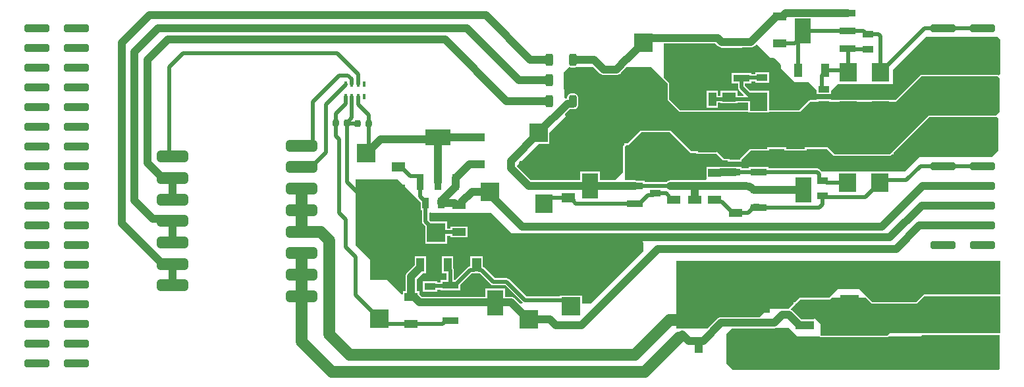
<source format=gtl>
G04*
G04 #@! TF.GenerationSoftware,Altium Limited,Altium Designer,22.4.2 (48)*
G04*
G04 Layer_Physical_Order=1*
G04 Layer_Color=255*
%FSLAX25Y25*%
%MOIN*%
G70*
G04*
G04 #@! TF.SameCoordinates,E1A025E3-690C-482F-A228-F66AC05FEDB7*
G04*
G04*
G04 #@! TF.FilePolarity,Positive*
G04*
G01*
G75*
%ADD20R,0.03740X0.08465*%
%ADD21R,0.12795X0.08465*%
%ADD22R,0.08465X0.03740*%
%ADD23R,0.08465X0.12795*%
%ADD24R,0.09646X0.09252*%
%ADD25R,0.06890X0.03937*%
%ADD26R,0.03937X0.06890*%
%ADD27R,0.08858X0.09252*%
%ADD28R,0.09252X0.09646*%
%ADD29R,0.05512X0.03740*%
G04:AMPARAMS|DCode=30|XSize=59.06mil|YSize=157.48mil|CornerRadius=14.76mil|HoleSize=0mil|Usage=FLASHONLY|Rotation=270.000|XOffset=0mil|YOffset=0mil|HoleType=Round|Shape=RoundedRectangle|*
%AMROUNDEDRECTD30*
21,1,0.05906,0.12795,0,0,270.0*
21,1,0.02953,0.15748,0,0,270.0*
1,1,0.02953,-0.06398,-0.01476*
1,1,0.02953,-0.06398,0.01476*
1,1,0.02953,0.06398,0.01476*
1,1,0.02953,0.06398,-0.01476*
%
%ADD30ROUNDEDRECTD30*%
G04:AMPARAMS|DCode=31|XSize=40.16mil|YSize=125.98mil|CornerRadius=10.04mil|HoleSize=0mil|Usage=FLASHONLY|Rotation=270.000|XOffset=0mil|YOffset=0mil|HoleType=Round|Shape=RoundedRectangle|*
%AMROUNDEDRECTD31*
21,1,0.04016,0.10591,0,0,270.0*
21,1,0.02008,0.12598,0,0,270.0*
1,1,0.02008,-0.05295,-0.01004*
1,1,0.02008,-0.05295,0.01004*
1,1,0.02008,0.05295,0.01004*
1,1,0.02008,0.05295,-0.01004*
%
%ADD31ROUNDEDRECTD31*%
%ADD32R,0.01575X0.03150*%
G04:AMPARAMS|DCode=33|XSize=39.37mil|YSize=62.99mil|CornerRadius=9.84mil|HoleSize=0mil|Usage=FLASHONLY|Rotation=0.000|XOffset=0mil|YOffset=0mil|HoleType=Round|Shape=RoundedRectangle|*
%AMROUNDEDRECTD33*
21,1,0.03937,0.04331,0,0,0.0*
21,1,0.01968,0.06299,0,0,0.0*
1,1,0.01968,0.00984,-0.02165*
1,1,0.01968,-0.00984,-0.02165*
1,1,0.01968,-0.00984,0.02165*
1,1,0.01968,0.00984,0.02165*
%
%ADD33ROUNDEDRECTD33*%
G04:AMPARAMS|DCode=34|XSize=35.43mil|YSize=31.5mil|CornerRadius=7.87mil|HoleSize=0mil|Usage=FLASHONLY|Rotation=0.000|XOffset=0mil|YOffset=0mil|HoleType=Round|Shape=RoundedRectangle|*
%AMROUNDEDRECTD34*
21,1,0.03543,0.01575,0,0,0.0*
21,1,0.01968,0.03150,0,0,0.0*
1,1,0.01575,0.00984,-0.00787*
1,1,0.01575,-0.00984,-0.00787*
1,1,0.01575,-0.00984,0.00787*
1,1,0.01575,0.00984,0.00787*
%
%ADD34ROUNDEDRECTD34*%
G04:AMPARAMS|DCode=35|XSize=35.43mil|YSize=31.5mil|CornerRadius=7.87mil|HoleSize=0mil|Usage=FLASHONLY|Rotation=270.000|XOffset=0mil|YOffset=0mil|HoleType=Round|Shape=RoundedRectangle|*
%AMROUNDEDRECTD35*
21,1,0.03543,0.01575,0,0,270.0*
21,1,0.01968,0.03150,0,0,270.0*
1,1,0.01575,-0.00787,-0.00984*
1,1,0.01575,-0.00787,0.00984*
1,1,0.01575,0.00787,0.00984*
1,1,0.01575,0.00787,-0.00984*
%
%ADD35ROUNDEDRECTD35*%
%ADD36R,0.09449X0.03937*%
%ADD37R,0.09449X0.12992*%
%ADD38R,0.21260X0.24410*%
%ADD39R,0.03937X0.08268*%
%ADD40R,0.07087X0.04528*%
%ADD41R,0.04528X0.07087*%
%ADD42R,0.03740X0.05512*%
%ADD66C,0.03937*%
%ADD67C,0.01968*%
%ADD68C,0.05906*%
G36*
X-191748Y-61228D02*
Y-69543D01*
X-185701Y-75590D01*
X-150854D01*
Y-75894D01*
X-140421D01*
Y-75590D01*
X-124724D01*
X-119685Y-70551D01*
X-76095D01*
X-63244Y-57701D01*
X-24693D01*
X-23685Y-58709D01*
Y-75590D01*
X-25701Y-77606D01*
X-59716D01*
X-79370Y-97260D01*
X-107087D01*
X-110614Y-93732D01*
X-149165D01*
X-154961Y-99528D01*
X-163276D01*
X-167055Y-95748D01*
X-179654D01*
X-190236Y-85165D01*
X-205354D01*
X-211906Y-91716D01*
X-213509D01*
X-213458Y-92134D01*
X-213985Y-92661D01*
X-214159Y-92921D01*
X-214220Y-93228D01*
Y-106378D01*
X-218197Y-110354D01*
X-226035D01*
Y-105949D01*
X-236075D01*
Y-110354D01*
X-260896D01*
X-267843Y-103408D01*
Y-102803D01*
X-256823Y-91783D01*
X-251453D01*
Y-86413D01*
X-243423Y-78383D01*
X-243495Y-76537D01*
X-241219Y-74260D01*
X-240803D01*
X-240748Y-74271D01*
X-238779D01*
X-238088Y-74133D01*
X-237502Y-73742D01*
X-237111Y-73156D01*
X-236973Y-72465D01*
Y-68134D01*
X-237111Y-67443D01*
X-237502Y-66857D01*
X-238088Y-66465D01*
X-238779Y-66328D01*
X-240748D01*
X-241439Y-66465D01*
X-242025Y-66857D01*
X-242417Y-67443D01*
X-242554Y-68134D01*
Y-68725D01*
X-243090Y-68795D01*
X-243296Y-68881D01*
X-243810Y-68552D01*
X-244158Y-59716D01*
Y-55685D01*
X-241440Y-52968D01*
X-241439Y-52968D01*
X-240748Y-53106D01*
X-238779D01*
X-238088Y-52968D01*
X-238006Y-52913D01*
X-229191D01*
X-225950Y-56155D01*
X-225374Y-56596D01*
X-224704Y-56874D01*
X-223984Y-56969D01*
X-217701D01*
X-216981Y-56874D01*
X-216311Y-56596D01*
X-216144Y-56468D01*
X-216102Y-56460D01*
X-215581Y-56112D01*
X-215357Y-55776D01*
X-212494Y-52913D01*
X-200063D01*
X-191748Y-61228D01*
D02*
G37*
G36*
X-23433Y-38803D02*
Y-56441D01*
X-24125Y-57133D01*
X-24386Y-56959D01*
X-24693Y-56898D01*
X-63244D01*
X-63244Y-56898D01*
X-63551Y-56959D01*
X-63812Y-57133D01*
X-63812Y-57133D01*
X-76427Y-69748D01*
X-78689D01*
Y-69563D01*
X-89122D01*
Y-69748D01*
X-95067D01*
Y-69492D01*
X-105500D01*
Y-69748D01*
X-109087D01*
Y-69311D01*
X-116173D01*
Y-69748D01*
X-119685D01*
X-119685Y-69748D01*
X-119992Y-69810D01*
X-120253Y-69984D01*
X-120253Y-69984D01*
X-125057Y-74788D01*
X-140421D01*
Y-65067D01*
X-149942D01*
X-152493Y-62516D01*
Y-61098D01*
X-149279D01*
Y-60117D01*
X-147426D01*
Y-60839D01*
X-140340D01*
Y-55524D01*
X-147426D01*
Y-56505D01*
X-149279D01*
Y-55783D01*
X-159319D01*
Y-61098D01*
X-156106D01*
Y-63264D01*
X-155968Y-63955D01*
X-155577Y-64541D01*
X-153126Y-66992D01*
X-153317Y-67453D01*
X-156173D01*
Y-65067D01*
X-164835D01*
Y-67453D01*
X-166340D01*
Y-65027D01*
X-171852D01*
Y-73492D01*
X-166340D01*
Y-71066D01*
X-164835D01*
Y-71169D01*
X-156173D01*
Y-71066D01*
X-150854D01*
Y-74788D01*
X-185368D01*
X-190945Y-69211D01*
Y-61228D01*
X-191006Y-60921D01*
X-191180Y-60661D01*
X-193512Y-58329D01*
Y-40992D01*
X-167537D01*
X-166233Y-42296D01*
X-165657Y-42738D01*
X-164987Y-43016D01*
X-164268Y-43110D01*
X-154299D01*
X-153580Y-43016D01*
X-153571Y-43012D01*
X-149638D01*
X-149457Y-42988D01*
X-149279D01*
Y-42965D01*
X-148918Y-42917D01*
X-148248Y-42640D01*
X-147672Y-42198D01*
X-146721Y-41247D01*
X-127244Y-60724D01*
X-120441D01*
X-116173Y-64992D01*
Y-66752D01*
X-109087D01*
Y-65244D01*
X-105575Y-61732D01*
X-77606D01*
Y-54173D01*
X-60976Y-37543D01*
X-24693D01*
X-23433Y-38803D01*
D02*
G37*
G36*
X-24441Y-78866D02*
Y-95496D01*
X-27465Y-98520D01*
X-64000D01*
X-71559Y-106079D01*
X-71811Y-105827D01*
X-113656D01*
X-114665Y-104817D01*
X-115251Y-104426D01*
X-115943Y-104288D01*
X-140697D01*
Y-103437D01*
X-150736D01*
Y-104288D01*
X-154189D01*
Y-103579D01*
X-156947D01*
X-157013Y-103551D01*
X-157732Y-103456D01*
X-164579D01*
X-165298Y-103551D01*
X-165754Y-103740D01*
X-172043D01*
Y-109252D01*
X-172043D01*
X-171881Y-109644D01*
X-172590Y-110354D01*
X-190236D01*
X-190956Y-110449D01*
X-191626Y-110727D01*
X-192202Y-111168D01*
X-192324Y-111328D01*
X-203201D01*
Y-110476D01*
X-207435D01*
X-207501Y-110449D01*
X-208221Y-110354D01*
X-213417D01*
Y-93228D01*
X-212708Y-92519D01*
X-211906D01*
X-211598Y-92458D01*
X-211338Y-92284D01*
X-205022Y-85968D01*
X-190569D01*
X-180221Y-96316D01*
X-179961Y-96490D01*
X-179654Y-96551D01*
X-177146D01*
Y-97075D01*
X-166864D01*
X-163843Y-100095D01*
X-163583Y-100269D01*
X-163276Y-100330D01*
X-161276D01*
Y-101020D01*
X-154189D01*
Y-99891D01*
X-149483Y-95185D01*
X-140421D01*
Y-94535D01*
X-132602D01*
Y-95224D01*
X-121382D01*
Y-94535D01*
X-110947D01*
X-107654Y-97828D01*
X-107394Y-98002D01*
X-107087Y-98063D01*
X-79370D01*
X-79063Y-98002D01*
X-78802Y-97828D01*
X-78802Y-97828D01*
X-78235Y-97260D01*
X-77354D01*
Y-96380D01*
X-59384Y-78409D01*
X-25701D01*
X-25701Y-78409D01*
X-25394Y-78348D01*
X-25133Y-78174D01*
X-24441Y-78866D01*
D02*
G37*
G36*
X-23433Y-168315D02*
X-61984D01*
X-65764Y-172095D01*
X-88189D01*
X-94740Y-165543D01*
X-105323D01*
X-109858Y-170079D01*
X-124976D01*
X-127008Y-172110D01*
X-127795D01*
Y-172898D01*
X-130520Y-175622D01*
X-141102D01*
X-145378Y-179897D01*
X-164528D01*
X-165247Y-179992D01*
X-165917Y-180270D01*
X-166493Y-180712D01*
X-171482Y-185701D01*
X-184008D01*
X-184189Y-185677D01*
X-184370Y-185701D01*
X-187213D01*
Y-151181D01*
X-23433D01*
Y-168315D01*
D02*
G37*
G36*
X-316768Y-121658D02*
Y-125496D01*
X-315917D01*
Y-131315D01*
X-315779Y-132006D01*
X-315388Y-132592D01*
X-314216Y-133763D01*
Y-142429D01*
X-303390D01*
Y-138460D01*
X-301555D01*
Y-139409D01*
X-293091D01*
Y-133898D01*
X-301555D01*
Y-134847D01*
X-303390D01*
Y-131209D01*
X-311662D01*
X-312304Y-130567D01*
Y-126775D01*
X-311842Y-126583D01*
X-311433Y-126992D01*
X-280945D01*
X-270614Y-137323D01*
X-204296D01*
X-204095Y-146394D01*
X-230551Y-172850D01*
X-235020D01*
Y-168807D01*
X-246240D01*
Y-169280D01*
X-263063D01*
X-271857Y-160486D01*
X-272443Y-160095D01*
X-273134Y-159957D01*
X-279102D01*
X-284581Y-154479D01*
X-285167Y-154087D01*
X-285366Y-154047D01*
Y-148866D01*
X-291469D01*
Y-153949D01*
X-291535D01*
X-292227Y-154087D01*
X-292813Y-154479D01*
X-299220Y-160886D01*
X-299879D01*
Y-156020D01*
X-300016Y-155328D01*
X-300276Y-154940D01*
Y-148965D01*
X-305787D01*
Y-157429D01*
X-303491D01*
Y-160886D01*
X-306705D01*
Y-162154D01*
X-308394D01*
Y-161721D01*
X-315480D01*
Y-167035D01*
X-308394D01*
Y-165767D01*
X-306705D01*
Y-166201D01*
X-296665D01*
Y-163440D01*
X-290787Y-157562D01*
X-289697D01*
X-289522Y-157527D01*
X-287312D01*
X-287138Y-157562D01*
X-286607D01*
X-281128Y-163041D01*
X-280542Y-163433D01*
X-279850Y-163570D01*
X-273882D01*
X-265102Y-172350D01*
X-265104Y-172408D01*
X-265260Y-172850D01*
X-266486D01*
X-269050Y-170286D01*
X-269626Y-169845D01*
X-270296Y-169567D01*
X-271016Y-169472D01*
X-273831D01*
Y-165413D01*
X-283870D01*
Y-169472D01*
X-316120D01*
X-317280Y-168313D01*
Y-166732D01*
X-318732D01*
Y-160525D01*
X-315636Y-157429D01*
X-314055D01*
Y-154854D01*
X-314031Y-154673D01*
Y-153197D01*
X-314055Y-153016D01*
Y-148965D01*
X-319567D01*
Y-153016D01*
X-319591Y-153197D01*
Y-153522D01*
X-323477Y-157408D01*
X-323919Y-157984D01*
X-324197Y-158655D01*
X-324291Y-159374D01*
Y-166732D01*
X-325744D01*
Y-168217D01*
X-326206Y-168408D01*
X-342173Y-152441D01*
Y-150929D01*
X-349732Y-143370D01*
Y-109858D01*
X-328567D01*
X-316768Y-121658D01*
D02*
G37*
G36*
X-23433Y-187716D02*
X-23685Y-187969D01*
X-79370D01*
X-80630Y-189228D01*
X-114142D01*
Y-183685D01*
X-117417Y-180409D01*
X-117921Y-180913D01*
X-124116D01*
X-128365Y-176664D01*
X-128941Y-176223D01*
X-129179Y-176124D01*
X-129296Y-175534D01*
X-127228Y-173465D01*
X-127053Y-173205D01*
X-126995Y-172910D01*
X-126701Y-172852D01*
X-126440Y-172678D01*
X-126440Y-172678D01*
X-124644Y-170882D01*
X-109858D01*
X-109551Y-170820D01*
X-109291Y-170646D01*
X-108723Y-170079D01*
X-91340D01*
X-88757Y-172662D01*
X-88496Y-172836D01*
X-88189Y-172897D01*
X-65764D01*
X-65457Y-172836D01*
X-65196Y-172662D01*
X-65196Y-172662D01*
X-61652Y-169118D01*
X-23433D01*
Y-187716D01*
D02*
G37*
G36*
X-125984Y-189732D02*
X-114752D01*
X-114709Y-189796D01*
X-114449Y-189970D01*
X-114142Y-190031D01*
X-80630D01*
X-80630Y-190031D01*
X-80323Y-189970D01*
X-80062Y-189796D01*
X-80062Y-189796D01*
X-79998Y-189732D01*
X-63496D01*
X-62535Y-188771D01*
X-23685D01*
X-23685Y-188771D01*
Y-205858D01*
X-24441Y-206614D01*
X-158488D01*
X-162016Y-203087D01*
Y-188221D01*
X-159252Y-185457D01*
X-137575D01*
X-136855Y-185362D01*
X-136456Y-185197D01*
X-130520D01*
X-125984Y-189732D01*
D02*
G37*
D20*
X-316976Y-111370D02*
D03*
X-307921D02*
D03*
X-298866D02*
D03*
D21*
X-307921Y-88535D02*
D03*
D22*
X-301685Y-163543D02*
D03*
Y-172598D02*
D03*
Y-181653D02*
D03*
X-145717Y-106095D02*
D03*
Y-115150D02*
D03*
Y-124205D02*
D03*
X-100474Y-43752D02*
D03*
Y-34697D02*
D03*
Y-25642D02*
D03*
X-208221Y-122189D02*
D03*
Y-113134D02*
D03*
Y-104079D02*
D03*
X-154299Y-58441D02*
D03*
Y-49386D02*
D03*
Y-40331D02*
D03*
D23*
X-278850Y-172598D02*
D03*
X-122882Y-115150D02*
D03*
X-123308Y-34697D02*
D03*
X-231055Y-113134D02*
D03*
X-177134Y-49386D02*
D03*
D24*
X-203842Y-40709D02*
D03*
Y-65118D02*
D03*
X-240630Y-174221D02*
D03*
Y-149811D02*
D03*
X-337638Y-180520D02*
D03*
Y-156110D02*
D03*
X-281449Y-140709D02*
D03*
Y-116299D02*
D03*
X-344189Y-121055D02*
D03*
Y-96646D02*
D03*
X-262047Y-181024D02*
D03*
Y-156614D02*
D03*
X-126992Y-65402D02*
D03*
Y-89811D02*
D03*
D25*
X-188472Y-38213D02*
D03*
Y-51992D02*
D03*
X-135055Y-27126D02*
D03*
Y-40905D02*
D03*
X-167811Y-106496D02*
D03*
Y-120276D02*
D03*
X-157228Y-113134D02*
D03*
Y-126913D02*
D03*
X-188472Y-106496D02*
D03*
Y-120276D02*
D03*
X-321512Y-169488D02*
D03*
Y-183268D02*
D03*
X-297323Y-122874D02*
D03*
Y-136653D02*
D03*
X-287496Y-88606D02*
D03*
Y-102386D02*
D03*
X-177890Y-120276D02*
D03*
Y-106496D02*
D03*
D26*
X-182875Y-69260D02*
D03*
X-169096D02*
D03*
X-111787Y-54425D02*
D03*
X-125567D02*
D03*
X-303031Y-153197D02*
D03*
X-316811D02*
D03*
D27*
X-100535Y-92150D02*
D03*
Y-111441D02*
D03*
X-254236Y-102984D02*
D03*
Y-122276D02*
D03*
X-100284Y-55614D02*
D03*
Y-74906D02*
D03*
X-145638Y-70480D02*
D03*
Y-89772D02*
D03*
X-84158Y-111441D02*
D03*
Y-92150D02*
D03*
X-83906Y-55685D02*
D03*
Y-74976D02*
D03*
X-84661Y-183504D02*
D03*
Y-164213D02*
D03*
X-144378Y-192071D02*
D03*
Y-172780D02*
D03*
D28*
X-171732Y-91465D02*
D03*
X-196142D02*
D03*
X-232457Y-86173D02*
D03*
X-256866D02*
D03*
X-333213Y-136819D02*
D03*
X-308803D02*
D03*
D29*
X-113134Y-118331D02*
D03*
Y-110457D02*
D03*
X-112630Y-64095D02*
D03*
Y-71969D02*
D03*
X-157732Y-98362D02*
D03*
Y-106236D02*
D03*
X-90205Y-36126D02*
D03*
Y-44000D02*
D03*
X-198047Y-117071D02*
D03*
Y-109197D02*
D03*
X-143883Y-50307D02*
D03*
Y-58181D02*
D03*
X-311937Y-172252D02*
D03*
Y-164378D02*
D03*
D30*
X-376842Y-169165D02*
D03*
Y-158260D02*
D03*
Y-147354D02*
D03*
Y-136449D02*
D03*
Y-125543D02*
D03*
Y-114638D02*
D03*
Y-103732D02*
D03*
Y-92827D02*
D03*
X-442276Y-98280D02*
D03*
Y-109185D02*
D03*
Y-120091D02*
D03*
Y-130996D02*
D03*
Y-141902D02*
D03*
Y-152807D02*
D03*
Y-163713D02*
D03*
D31*
X-490882Y-33161D02*
D03*
X-510882D02*
D03*
X-490882Y-43161D02*
D03*
X-510882D02*
D03*
X-490882Y-53161D02*
D03*
X-510882D02*
D03*
X-490882Y-63161D02*
D03*
X-510882D02*
D03*
X-490882Y-73161D02*
D03*
X-510882D02*
D03*
X-490882Y-83161D02*
D03*
X-510882D02*
D03*
X-490882Y-93161D02*
D03*
X-510882D02*
D03*
X-490882Y-103161D02*
D03*
X-510882D02*
D03*
X-490882Y-113161D02*
D03*
X-510882D02*
D03*
X-490882Y-123161D02*
D03*
X-510882D02*
D03*
X-490882Y-133161D02*
D03*
X-510882D02*
D03*
X-490882Y-143161D02*
D03*
X-510882D02*
D03*
X-490882Y-153161D02*
D03*
X-510882D02*
D03*
X-490882Y-163161D02*
D03*
X-510882D02*
D03*
X-490882Y-173161D02*
D03*
X-510882D02*
D03*
X-490882Y-183161D02*
D03*
X-510882D02*
D03*
X-490882Y-193161D02*
D03*
X-510882D02*
D03*
X-490882Y-203161D02*
D03*
X-510882D02*
D03*
X-52220D02*
D03*
X-32221D02*
D03*
X-52220Y-193161D02*
D03*
X-32221D02*
D03*
X-52220Y-183161D02*
D03*
X-32221D02*
D03*
X-52220Y-173161D02*
D03*
X-32221D02*
D03*
X-52220Y-163161D02*
D03*
X-32221D02*
D03*
X-52220Y-153161D02*
D03*
X-32221D02*
D03*
X-52220Y-143161D02*
D03*
X-32221D02*
D03*
X-52220Y-133161D02*
D03*
X-32221D02*
D03*
X-52220Y-123161D02*
D03*
X-32221D02*
D03*
X-52220Y-113161D02*
D03*
X-32221D02*
D03*
X-52220Y-103161D02*
D03*
X-32221D02*
D03*
X-52220Y-93161D02*
D03*
X-32221D02*
D03*
X-52220Y-83161D02*
D03*
X-32221D02*
D03*
X-52220Y-73161D02*
D03*
X-32221D02*
D03*
X-52220Y-63161D02*
D03*
X-32221D02*
D03*
X-52220Y-53161D02*
D03*
X-32221D02*
D03*
X-52220Y-43161D02*
D03*
X-32221D02*
D03*
X-52220Y-33161D02*
D03*
X-32221D02*
D03*
D32*
X-345260Y-61606D02*
D03*
X-348410D02*
D03*
X-351559D02*
D03*
X-354709D02*
D03*
Y-67905D02*
D03*
X-351559D02*
D03*
X-348410D02*
D03*
X-345260D02*
D03*
D33*
X-239764Y-49134D02*
D03*
X-251575D02*
D03*
Y-59716D02*
D03*
X-239764D02*
D03*
Y-70299D02*
D03*
X-251575D02*
D03*
D34*
X-217701Y-59701D02*
D03*
Y-54189D02*
D03*
X-132283Y-173118D02*
D03*
Y-178630D02*
D03*
X-184189Y-182945D02*
D03*
Y-188457D02*
D03*
D35*
X-270850Y-102299D02*
D03*
X-265339D02*
D03*
X-354031Y-81386D02*
D03*
X-359543D02*
D03*
X-342945Y-81638D02*
D03*
X-348457D02*
D03*
D36*
X-122283Y-165811D02*
D03*
Y-174866D02*
D03*
Y-183921D02*
D03*
D37*
X-99449Y-174866D02*
D03*
D38*
X-166803Y-167374D02*
D03*
D39*
X-157807Y-193949D02*
D03*
X-175799Y-193949D02*
D03*
D40*
X-241890Y-119095D02*
D03*
Y-107677D02*
D03*
X-160504Y-79535D02*
D03*
Y-68118D02*
D03*
X-327811Y-103646D02*
D03*
Y-115063D02*
D03*
D41*
X-277000Y-153197D02*
D03*
X-288417D02*
D03*
D42*
X-314110Y-121953D02*
D03*
X-306236D02*
D03*
D66*
X-154442Y-113134D02*
G03*
X-154455Y-113134I-13J-3937D01*
G01*
X-147882Y-115150D02*
G03*
X-152748Y-113134I-4866J-4866D01*
G01*
X-283717Y-26709D02*
X-261291Y-49134D01*
X-251575D01*
X-454047Y-26709D02*
X-283717D01*
X-467906Y-40567D02*
X-454047Y-26709D01*
X-449764Y-33260D02*
X-293291D01*
X-461606Y-45102D02*
X-449764Y-33260D01*
X-293291D02*
X-266835Y-59716D01*
X-467906Y-132098D02*
Y-40567D01*
X-461606Y-120693D02*
Y-45102D01*
X-447197Y-152807D02*
X-442276D01*
X-467906Y-132098D02*
X-447197Y-152807D01*
X-452287Y-130012D02*
X-443260D01*
X-442276Y-130996D01*
X-461606Y-120693D02*
X-452287Y-130012D01*
X-444724Y-39055D02*
X-304378D01*
X-273134Y-70299D01*
X-454803Y-49134D02*
X-444724Y-39055D01*
X-266835Y-59716D02*
X-251575D01*
X-273134Y-70299D02*
X-251575D01*
X-454803Y-101579D02*
Y-49134D01*
Y-101579D02*
X-447197Y-109185D01*
X-442276D01*
Y-141902D02*
Y-130996D01*
Y-163713D02*
Y-152807D01*
Y-120091D02*
Y-109185D01*
X-292047Y-102386D02*
X-287496D01*
X-298866Y-111370D02*
Y-109205D01*
X-292047Y-102386D01*
X-295847Y-122874D02*
Y-121398D01*
X-306138Y-121854D02*
Y-120807D01*
X-298866Y-113535D02*
Y-111370D01*
X-306138Y-120807D02*
X-298866Y-113535D01*
X-306236Y-121953D02*
X-306138Y-121854D01*
X-306236Y-121953D02*
X-299720D01*
X-298799Y-122874D02*
X-297323D01*
X-299720Y-121953D02*
X-298799Y-122874D01*
X-282512Y-116551D02*
X-265268Y-133795D01*
X-295847Y-121398D02*
X-290748Y-116299D01*
X-281449D01*
X-297323Y-122874D02*
X-295847D01*
X-341335Y-118398D02*
Y-118201D01*
X-344189Y-121055D02*
X-343992D01*
X-341335Y-118398D01*
X-307921Y-88535D02*
X-289043D01*
X-288972Y-88606D01*
X-287496D01*
X-307921Y-111370D02*
Y-88535D01*
X-336795Y-89449D02*
X-308835D01*
X-307921Y-88535D01*
X-344189Y-96646D02*
X-343992D01*
X-336795Y-89449D01*
X-52220Y-113161D02*
X-32221D01*
X-79118Y-139339D02*
X-62941Y-123161D01*
X-32221D01*
X-208126Y-139339D02*
X-79118D01*
X-265268Y-133795D02*
X-83150D01*
X-62516Y-113161D01*
X-52220D01*
X-240630Y-149811D02*
X-218598D01*
X-208126Y-139339D01*
X-76095Y-145134D02*
X-64122Y-133161D01*
X-196497Y-145134D02*
X-76095D01*
X-235300Y-183937D02*
X-196497Y-145134D01*
X-282709Y-116551D02*
X-282512D01*
X-248406Y-183937D02*
X-235300D01*
X-64122Y-133161D02*
X-52220D01*
X-32221D01*
X-251319Y-181024D02*
X-248406Y-183937D01*
X-262047Y-181024D02*
X-251319D01*
X-311937Y-172252D02*
X-271016D01*
X-317272D02*
X-311937D01*
X-271016D02*
X-262244Y-181024D01*
X-262047D01*
X-320035Y-169488D02*
X-317272Y-172252D01*
X-321512Y-169488D02*
X-320035D01*
X-316811Y-154673D02*
Y-153197D01*
X-321512Y-159374D02*
X-316811Y-154673D01*
X-321512Y-169488D02*
Y-159374D01*
X-180862Y-191783D02*
X-175799D01*
X-184189Y-188457D02*
X-180862Y-191783D01*
X-186087Y-190354D02*
X-184189Y-188457D01*
X-164528Y-182677D02*
X-137575D01*
X-133528Y-178630D01*
X-130331D01*
X-125039Y-183921D01*
X-122283D01*
X-175799Y-191783D02*
X-173634D01*
X-164528Y-182677D01*
X-175799Y-193949D02*
Y-191783D01*
X-198799Y-94319D02*
X-196142Y-91661D01*
X-198996Y-94319D02*
X-198799D01*
X-196142Y-91661D02*
Y-91465D01*
X-197949Y-109098D02*
X-197260D01*
X-198047Y-109197D02*
X-197949Y-109098D01*
X-242370Y-71480D02*
X-239764D01*
X-256866Y-85976D02*
X-242370Y-71480D01*
X-239764D02*
Y-70299D01*
X-256866Y-86173D02*
Y-85976D01*
X-190236Y-113134D02*
X-177134D01*
X-177890Y-120276D02*
Y-113890D01*
X-177134Y-113134D01*
X-208221Y-104079D02*
X-206055D01*
X-205957Y-103980D01*
X-177890Y-106496D02*
X-176413D01*
X-147882Y-115150D02*
X-145717D01*
X-177134Y-113134D02*
X-154455D01*
X-154442Y-113134D02*
X-152748D01*
X-145717Y-115150D02*
X-122882D01*
X-164579Y-106236D02*
X-157732D01*
X-198146Y-109098D02*
X-198047Y-109197D01*
X-203842Y-40709D02*
X-201346Y-38213D01*
X-188472D01*
X-212446Y-48934D02*
X-212265D01*
X-204039Y-40709D01*
X-217701Y-54189D02*
X-212446Y-48934D01*
X-204039Y-40709D02*
X-203842D01*
X-223984Y-54189D02*
X-217701D01*
X-229039Y-49134D02*
X-223984Y-54189D01*
X-239764Y-49134D02*
X-229039D01*
X-256866Y-86370D02*
Y-86173D01*
X-271082Y-104099D02*
Y-100586D01*
X-262047Y-113134D02*
X-231055D01*
X-271082Y-104099D02*
X-262047Y-113134D01*
X-271082Y-100586D02*
X-256866Y-86370D01*
X-231055Y-113134D02*
X-208221D01*
X-188472Y-51992D02*
X-179398D01*
X-188472Y-38213D02*
X-166386D01*
X-177134Y-49728D02*
Y-49386D01*
Y-62042D02*
Y-49728D01*
X-182875Y-69260D02*
Y-67783D01*
X-177134Y-62042D01*
X-164268Y-40331D02*
X-154299D01*
X-166386Y-38213D02*
X-164268Y-40331D01*
X-136531Y-27126D02*
X-135055D01*
X-149638Y-40232D02*
X-136531Y-27126D01*
X-154201Y-40232D02*
X-149638D01*
X-154299Y-40331D02*
X-154201Y-40232D01*
X-136265Y-57586D02*
X-128449Y-65402D01*
X-138571Y-50406D02*
X-136265Y-52712D01*
X-128449Y-65402D02*
X-128252D01*
X-136265Y-57586D02*
Y-52712D01*
X-143785Y-50406D02*
X-138571D01*
X-143883Y-50307D02*
X-143785Y-50406D01*
X-145493Y-49386D02*
X-144572Y-50307D01*
X-143883D01*
X-154299Y-49386D02*
X-145493D01*
X-177134D02*
X-154299D01*
X-179398Y-51992D02*
X-177134Y-49728D01*
X-133579Y-27126D02*
X-131996Y-25543D01*
X-135055Y-27126D02*
X-133579D01*
X-115661Y-25642D02*
X-100474D01*
X-115759Y-25543D02*
X-115661Y-25642D01*
X-131996Y-25543D02*
X-115759D01*
D67*
X-436913Y-45858D02*
X-359055D01*
X-443968Y-96587D02*
Y-52913D01*
X-436913Y-45858D01*
X-443968Y-96587D02*
X-442276Y-98280D01*
X-359055Y-45858D02*
X-348410Y-56504D01*
Y-61606D02*
Y-56504D01*
X-351756Y-61409D02*
Y-58953D01*
Y-61409D02*
X-351559Y-61606D01*
X-353512Y-57197D02*
X-351756Y-58953D01*
X-358047Y-57197D02*
X-353512D01*
X-371429Y-70579D02*
X-358047Y-57197D01*
X-376842Y-92827D02*
X-373360D01*
X-371429Y-90896D01*
Y-70579D01*
X-364598Y-96409D02*
Y-71890D01*
X-354709Y-62000D01*
X-371921Y-103732D02*
X-364598Y-96409D01*
X-354709Y-62000D02*
Y-61606D01*
X-376842Y-103732D02*
X-371921D01*
X-359543Y-81386D02*
Y-76583D01*
X-354709Y-71748D01*
Y-67905D01*
X-342945Y-95402D02*
Y-81638D01*
X-344189Y-96646D02*
X-342945Y-95402D01*
X-354031Y-111409D02*
Y-81386D01*
Y-111409D02*
X-344386Y-121055D01*
X-344189D01*
X-348583Y-81512D02*
X-348457Y-81638D01*
X-354031Y-81386D02*
X-353906Y-81512D01*
X-348583D01*
X-351559Y-78716D02*
Y-67905D01*
X-354031Y-81189D02*
X-351559Y-78716D01*
X-354031Y-81386D02*
Y-81189D01*
X-358047Y-126992D02*
Y-89449D01*
X-359543Y-87953D02*
Y-81386D01*
Y-87953D02*
X-358047Y-89449D01*
Y-126992D02*
X-354772Y-130268D01*
Y-144126D02*
Y-130268D01*
Y-144126D02*
X-349732Y-149165D01*
Y-168425D02*
Y-149165D01*
X-341476Y-176878D02*
Y-176681D01*
X-349732Y-168425D02*
X-341476Y-176681D01*
X-337835Y-180520D02*
X-337638D01*
X-341476Y-176878D02*
X-337835Y-180520D01*
X-308638Y-136653D02*
X-297323D01*
X-308803Y-136819D02*
X-308638Y-136653D01*
X-308803Y-136819D02*
Y-136622D01*
X-314110Y-131315D02*
Y-121953D01*
Y-131315D02*
X-308803Y-136622D01*
X-314110Y-121953D02*
Y-121067D01*
X-316976Y-118555D02*
Y-111370D01*
Y-118555D02*
X-315350Y-120181D01*
X-314996D01*
X-314110Y-121067D01*
X-322055Y-108122D02*
X-317862D01*
X-327811Y-103646D02*
X-326532D01*
X-322055Y-108122D01*
X-317862D02*
X-316976Y-109008D01*
Y-111370D02*
Y-109008D01*
X-348410Y-71874D02*
X-342929Y-77354D01*
Y-81638D02*
Y-77354D01*
X-348410Y-71874D02*
Y-67905D01*
X-63602Y-103161D02*
X-52220D01*
X-70803Y-110362D02*
X-63602Y-103161D01*
X-83276Y-110362D02*
X-70803D01*
X-285858Y-155756D02*
X-279850Y-161764D01*
X-287138Y-155756D02*
X-285858D01*
X-288417Y-154476D02*
X-287138Y-155756D01*
X-279850Y-161764D02*
X-273134D01*
X-243764Y-171087D02*
X-240630Y-174221D01*
X-263811Y-171087D02*
X-243764D01*
X-273134Y-161764D02*
X-263811Y-171087D01*
X-337638Y-180520D02*
X-334976Y-183181D01*
X-305575D02*
X-304047Y-181653D01*
X-301685D01*
X-334976Y-183181D02*
X-305575D01*
X-303031Y-154673D02*
X-301685Y-156020D01*
Y-163543D02*
Y-156020D01*
X-303031Y-154673D02*
Y-153197D01*
X-299323Y-163543D02*
X-291535Y-155756D01*
X-289697D01*
X-288417Y-154476D02*
Y-153197D01*
X-301685Y-163543D02*
X-299323D01*
X-289697Y-155756D02*
X-288417Y-154476D01*
X-311520Y-163961D02*
X-302102D01*
X-301685Y-163543D01*
X-311937Y-164378D02*
X-311520Y-163961D01*
X-91449Y-118929D02*
X-84158Y-111638D01*
X-112535Y-118929D02*
X-91449D01*
X-113134Y-118331D02*
X-112535Y-118929D01*
X-113134Y-122425D02*
Y-118331D01*
X-84158Y-111244D02*
X-83276Y-110362D01*
X-52220Y-103161D02*
X-32221D01*
X-157732Y-106236D02*
X-157591Y-106095D01*
X-115943D01*
X-126071Y-54425D02*
Y-52949D01*
X-125567Y-39121D02*
Y-36955D01*
Y-54425D02*
Y-39121D01*
X-127352Y-40905D02*
X-125567Y-39121D01*
Y-36955D02*
X-123308Y-34697D01*
X-115943Y-106095D02*
X-114790Y-107248D01*
Y-109571D02*
Y-107248D01*
Y-109571D02*
X-113904Y-110457D01*
X-112248D01*
X-164358Y-121260D02*
X-158705Y-126913D01*
X-166827Y-121260D02*
X-164358D01*
X-167811Y-120276D02*
X-166827Y-121260D01*
X-158705Y-126913D02*
X-157228D01*
X-192339Y-117071D02*
X-190933Y-118476D01*
Y-119291D02*
X-189949Y-120276D01*
X-188472D01*
X-198047Y-117071D02*
X-192339D01*
X-190933Y-119291D02*
Y-118476D01*
X-205858Y-122189D02*
X-201626Y-117957D01*
X-208221Y-122189D02*
X-205858D01*
X-201626Y-117957D02*
X-198933D01*
X-198047Y-117071D01*
X-240610Y-119095D02*
X-239331Y-120374D01*
Y-121036D02*
X-238178Y-122189D01*
X-239331Y-121036D02*
Y-120374D01*
X-238178Y-122189D02*
X-208221D01*
X-251055Y-119095D02*
X-240610D01*
X-254236Y-122276D02*
X-251055Y-119095D01*
X-84158Y-111638D02*
Y-111244D01*
X-148079Y-123197D02*
X-145717D01*
X-114913Y-124205D02*
X-113134Y-122425D01*
X-145717Y-124205D02*
X-114913D01*
X-112248Y-110457D02*
X-111264Y-111441D01*
X-100535D01*
X-157228Y-126913D02*
X-150831D01*
X-148965Y-125047D01*
Y-124083D01*
X-148079Y-123197D01*
X-208221Y-113134D02*
X-190236D01*
X-254236Y-122276D02*
X-252543Y-123969D01*
X-100535Y-111441D02*
Y-111244D01*
X-103980Y-107799D02*
X-100535Y-111244D01*
X-144013Y-58311D02*
X-143883Y-58181D01*
X-154299Y-58441D02*
X-154169Y-58311D01*
X-144013D01*
X-169096Y-69260D02*
X-148370D01*
Y-69063D01*
X-154299Y-63264D02*
Y-58441D01*
Y-63264D02*
X-150724Y-66839D01*
X-150594D01*
X-148370Y-69063D01*
X-52220Y-33161D02*
X-32221D01*
X-83906Y-55488D02*
Y-37279D01*
Y-55488D02*
X-61579Y-33161D01*
X-52220D01*
X-83906Y-55685D02*
Y-55488D01*
X-90205Y-36126D02*
X-85059D01*
X-83906Y-37279D01*
X-100350Y-43876D02*
X-100284Y-43942D01*
Y-55614D02*
Y-43942D01*
X-112291Y-54425D02*
X-101472D01*
X-100284Y-55614D01*
X-113638Y-57248D02*
X-112291Y-55902D01*
X-113638Y-64095D02*
Y-57248D01*
X-112291Y-55902D02*
Y-54425D01*
X-91091Y-36126D02*
X-90205D01*
X-100350Y-43876D02*
X-90329D01*
X-90205Y-44000D01*
X-123308Y-34697D02*
X-100474D01*
X-135055Y-40905D02*
X-127352D01*
X-100474Y-34697D02*
X-92520D01*
X-91091Y-36126D01*
D68*
X-203354Y-207622D02*
X-186087Y-190354D01*
X-361575Y-207622D02*
X-203354D01*
X-352756Y-198803D02*
X-208378D01*
X-190740Y-181165D01*
X-180595D01*
X-362835Y-188724D02*
X-352756Y-198803D01*
X-376842Y-158260D02*
Y-147354D01*
Y-169165D02*
Y-158260D01*
Y-192354D02*
Y-169165D01*
Y-192354D02*
X-361575Y-207622D01*
X-362835Y-188724D02*
Y-140850D01*
X-180595Y-181165D02*
X-176055Y-176626D01*
X-166803Y-168949D02*
Y-167374D01*
X-174480Y-176626D02*
X-166803Y-168949D01*
X-176055Y-176626D02*
X-174480D01*
X-367236Y-136449D02*
X-362835Y-140850D01*
X-376842Y-136449D02*
X-367236D01*
X-376842Y-125543D02*
Y-114638D01*
Y-136449D02*
Y-125543D01*
M02*

</source>
